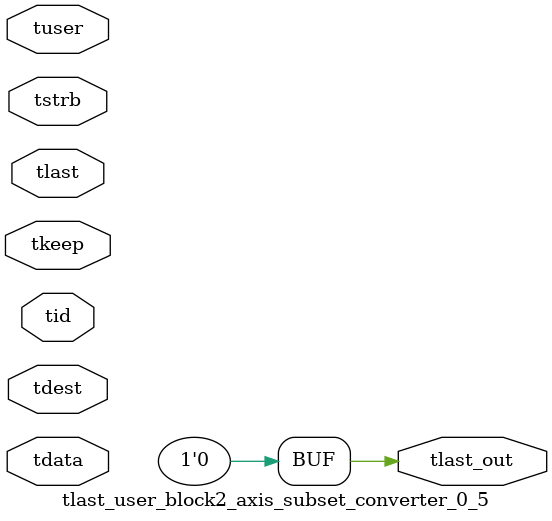
<source format=v>


`timescale 1ps/1ps

module tlast_user_block2_axis_subset_converter_0_5 #
(
parameter C_S_AXIS_TID_WIDTH   = 1,
parameter C_S_AXIS_TUSER_WIDTH = 0,
parameter C_S_AXIS_TDATA_WIDTH = 0,
parameter C_S_AXIS_TDEST_WIDTH = 0
)
(
input  [(C_S_AXIS_TID_WIDTH   == 0 ? 1 : C_S_AXIS_TID_WIDTH)-1:0       ] tid,
input  [(C_S_AXIS_TDATA_WIDTH == 0 ? 1 : C_S_AXIS_TDATA_WIDTH)-1:0     ] tdata,
input  [(C_S_AXIS_TUSER_WIDTH == 0 ? 1 : C_S_AXIS_TUSER_WIDTH)-1:0     ] tuser,
input  [(C_S_AXIS_TDEST_WIDTH == 0 ? 1 : C_S_AXIS_TDEST_WIDTH)-1:0     ] tdest,
input  [(C_S_AXIS_TDATA_WIDTH/8)-1:0 ] tkeep,
input  [(C_S_AXIS_TDATA_WIDTH/8)-1:0 ] tstrb,
input  [0:0]                                                             tlast,
output                                                                   tlast_out
);

assign tlast_out = {1'b0};

endmodule


</source>
